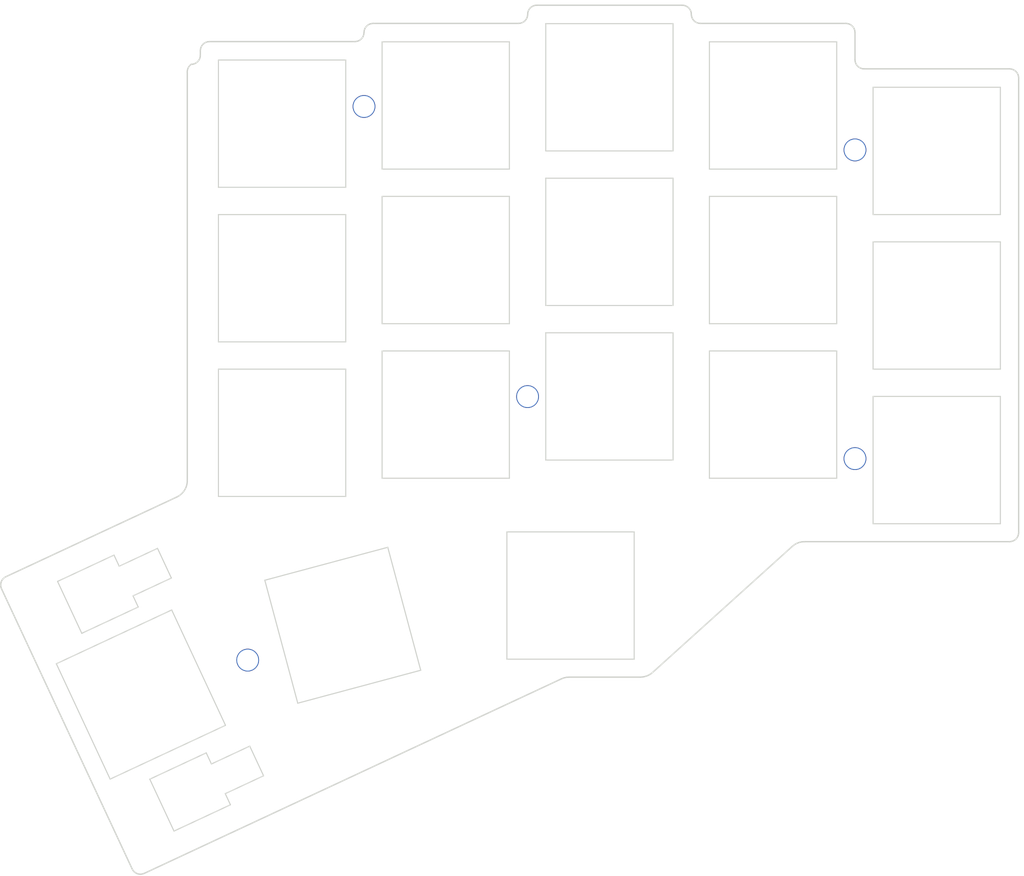
<source format=kicad_pcb>
(kicad_pcb (version 20221018) (generator pcbnew)
  (title_block (title "span") (date "2023-08-14") (rev "1.0") (company "idank"))
  (layers (0 "F.Cu" signal) (31 "B.Cu" signal) (34 "B.Paste" user) (35 "F.Paste" user) (36 "B.SilkS" user "B.Silkscreen") (37 "F.SilkS" user "F.Silkscreen") (38 "B.Mask" user) (39 "F.Mask" user) (44 "Edge.Cuts" user))
  (net 0 "")
  (footprint "kbd:SW_Hole" (layer "F.Cu") (at 173.22661 105.598723 15)
    (fp_text reference "SW35" hide)
    (fp_text value "SW_PUSH" hide)
    (fp_line (start -7 -7) (end -7 7) (stroke (width 0.12)) (layer "Edge.Cuts"))
    (fp_line (start -7 7) (end 7 7) (stroke (width 0.12)) (layer "Edge.Cuts"))
    (fp_line (start 7 -7) (end -7 -7) (stroke (width 0.12)) (layer "Edge.Cuts"))
    (fp_line (start 7 7) (end 7 -7) (stroke (width 0.12)) (layer "Edge.Cuts"))
  )
  (footprint "kbd:SW_Hole" (layer "F.Cu") (at 202.552832 80.431998 180)
    (fp_text reference "SW31" hide)
    (fp_text value "SW_PUSH" hide)
    (fp_line (start -7 -7) (end -7 7) (stroke (width 0.12)) (layer "Edge.Cuts"))
    (fp_line (start -7 7) (end 7 7) (stroke (width 0.12)) (layer "Edge.Cuts"))
    (fp_line (start 7 -7) (end -7 -7) (stroke (width 0.12)) (layer "Edge.Cuts"))
    (fp_line (start 7 7) (end 7 -7) (stroke (width 0.12)) (layer "Edge.Cuts"))
  )
  (footprint "kbd:SW_Hole" (layer "F.Cu") (at 220.552832 65.431998 180)
    (fp_text reference "SW25" hide)
    (fp_text value "SW_PUSH" hide)
    (fp_line (start -7 -7) (end -7 7) (stroke (width 0.12)) (layer "Edge.Cuts"))
    (fp_line (start -7 7) (end 7 7) (stroke (width 0.12)) (layer "Edge.Cuts"))
    (fp_line (start 7 -7) (end -7 -7) (stroke (width 0.12)) (layer "Edge.Cuts"))
    (fp_line (start 7 7) (end 7 -7) (stroke (width 0.12)) (layer "Edge.Cuts"))
  )
  (footprint "kbd:SW_Hole" (layer "F.Cu") (at 184.552832 82.431998 180)
    (fp_text reference "SW32" hide)
    (fp_text value "SW_PUSH" hide)
    (fp_line (start -7 -7) (end -7 7) (stroke (width 0.12)) (layer "Edge.Cuts"))
    (fp_line (start -7 7) (end 7 7) (stroke (width 0.12)) (layer "Edge.Cuts"))
    (fp_line (start 7 -7) (end -7 -7) (stroke (width 0.12)) (layer "Edge.Cuts"))
    (fp_line (start 7 7) (end 7 -7) (stroke (width 0.12)) (layer "Edge.Cuts"))
  )
  (footprint "kbd:SW_Hole" (layer "F.Cu") (at 220.552832 82.431998 180)
    (fp_text reference "SW30" hide)
    (fp_text value "SW_PUSH" hide)
    (fp_line (start -7 -7) (end -7 7) (stroke (width 0.12)) (layer "Edge.Cuts"))
    (fp_line (start -7 7) (end 7 7) (stroke (width 0.12)) (layer "Edge.Cuts"))
    (fp_line (start 7 -7) (end -7 -7) (stroke (width 0.12)) (layer "Edge.Cuts"))
    (fp_line (start 7 7) (end 7 -7) (stroke (width 0.12)) (layer "Edge.Cuts"))
  )
  (footprint "mbk:Choc-2u-cutout" (layer "F.Cu") (at 151.026483 113.219869 -65)
    (fp_text reference "SW36")
    (fp_text value "SW_PUSH" hide)
    (fp_line (start -15.15 -3.8) (end -13.8 -3.8) (stroke (width 0.12)) (layer "Edge.Cuts"))
    (fp_line (start -15.15 3.05) (end -15.15 -3.8) (stroke (width 0.12)) (layer "Edge.Cuts"))
    (fp_line (start -15.15 3.05) (end -8.85 3.05) (stroke (width 0.12)) (layer "Edge.Cuts"))
    (fp_line (start -13.8 -8.45) (end -13.8 -3.8) (stroke (width 0.12)) (layer "Edge.Cuts"))
    (fp_line (start -13.8 -8.45) (end -10.2 -8.45) (stroke (width 0.12)) (layer "Edge.Cuts"))
    (fp_line (start -10.2 -8.45) (end -10.2 -3.8) (stroke (width 0.12)) (layer "Edge.Cuts"))
    (fp_line (start -10.2 -3.8) (end -8.85 -3.8) (stroke (width 0.12)) (layer "Edge.Cuts"))
    (fp_line (start -8.85 3.05) (end -8.85 -3.8) (stroke (width 0.12)) (layer "Edge.Cuts"))
    (fp_line (start -7 -7) (end -7 7) (stroke (width 0.12)) (layer "Edge.Cuts"))
    (fp_line (start -7 7) (end 7 7) (stroke (width 0.12)) (layer "Edge.Cuts"))
    (fp_line (start 7 -7) (end -7 -7) (stroke (width 0.12)) (layer "Edge.Cuts"))
    (fp_line (start 7 7) (end 7 -7) (stroke (width 0.12)) (layer "Edge.Cuts"))
    (fp_line (start 8.85 -3.8) (end 10.2 -3.8) (stroke (width 0.12)) (layer "Edge.Cuts"))
    (fp_line (start 8.85 3.05) (end 8.85 -3.8) (stroke (width 0.12)) (layer "Edge.Cuts"))
    (fp_line (start 8.85 3.05) (end 15.15 3.05) (stroke (width 0.12)) (layer "Edge.Cuts"))
    (fp_line (start 10.2 -8.45) (end 10.2 -3.8) (stroke (width 0.12)) (layer "Edge.Cuts"))
    (fp_line (start 10.2 -8.45) (end 13.8 -8.45) (stroke (width 0.12)) (layer "Edge.Cuts"))
    (fp_line (start 13.8 -8.45) (end 13.8 -3.8) (stroke (width 0.12)) (layer "Edge.Cuts"))
    (fp_line (start 13.8 -3.8) (end 15.15 -3.8) (stroke (width 0.12)) (layer "Edge.Cuts"))
    (fp_line (start 15.15 3.05) (end 15.15 -3.8) (stroke (width 0.12)) (layer "Edge.Cuts"))
  )
  (footprint "kbd:SW_Hole" (layer "F.Cu") (at 166.552832 84.431998 180)
    (fp_text reference "SW33" hide)
    (fp_text value "SW_PUSH" hide)
    (fp_line (start -7 -7) (end -7 7) (stroke (width 0.12)) (layer "Edge.Cuts"))
    (fp_line (start -7 7) (end 7 7) (stroke (width 0.12)) (layer "Edge.Cuts"))
    (fp_line (start 7 -7) (end -7 -7) (stroke (width 0.12)) (layer "Edge.Cuts"))
    (fp_line (start 7 7) (end 7 -7) (stroke (width 0.12)) (layer "Edge.Cuts"))
  )
  (footprint "kbd:SW_Hole" (layer "F.Cu") (at 238.552832 70.431998 180)
    (fp_text reference "SW24" hide)
    (fp_text value "SW_PUSH" hide)
    (fp_line (start -7 -7) (end -7 7) (stroke (width 0.12)) (layer "Edge.Cuts"))
    (fp_line (start -7 7) (end 7 7) (stroke (width 0.12)) (layer "Edge.Cuts"))
    (fp_line (start 7 -7) (end -7 -7) (stroke (width 0.12)) (layer "Edge.Cuts"))
    (fp_line (start 7 7) (end 7 -7) (stroke (width 0.12)) (layer "Edge.Cuts"))
  )
  (footprint "kbd:SW_Hole" (layer "F.Cu") (at 238.552832 53.431998 180)
    (fp_text reference "SW19" hide)
    (fp_text value "SW_PUSH" hide)
    (fp_line (start -7 -7) (end -7 7) (stroke (width 0.12)) (layer "Edge.Cuts"))
    (fp_line (start -7 7) (end 7 7) (stroke (width 0.12)) (layer "Edge.Cuts"))
    (fp_line (start 7 -7) (end -7 -7) (stroke (width 0.12)) (layer "Edge.Cuts"))
    (fp_line (start 7 7) (end 7 -7) (stroke (width 0.12)) (layer "Edge.Cuts"))
  )
  (footprint "kbd:SW_Hole" (layer "F.Cu") (at 166.552832 67.431998 180)
    (fp_text reference "SW28" hide)
    (fp_text value "SW_PUSH" hide)
    (fp_line (start -7 -7) (end -7 7) (stroke (width 0.12)) (layer "Edge.Cuts"))
    (fp_line (start -7 7) (end 7 7) (stroke (width 0.12)) (layer "Edge.Cuts"))
    (fp_line (start 7 -7) (end -7 -7) (stroke (width 0.12)) (layer "Edge.Cuts"))
    (fp_line (start 7 7) (end 7 -7) (stroke (width 0.12)) (layer "Edge.Cuts"))
  )
  (footprint "kbd:SW_Hole" (layer "F.Cu") (at 202.552832 46.431998 180)
    (fp_text reference "SW21" hide)
    (fp_text value "SW_PUSH" hide)
    (fp_line (start -7 -7) (end -7 7) (stroke (width 0.12)) (layer "Edge.Cuts"))
    (fp_line (start -7 7) (end 7 7) (stroke (width 0.12)) (layer "Edge.Cuts"))
    (fp_line (start 7 -7) (end -7 -7) (stroke (width 0.12)) (layer "Edge.Cuts"))
    (fp_line (start 7 7) (end 7 -7) (stroke (width 0.12)) (layer "Edge.Cuts"))
  )
  (footprint "kbd:SW_Hole" (layer "F.Cu") (at 238.552832 87.431998 180)
    (fp_text reference "SW29" hide)
    (fp_text value "SW_PUSH" hide)
    (fp_line (start -7 -7) (end -7 7) (stroke (width 0.12)) (layer "Edge.Cuts"))
    (fp_line (start -7 7) (end 7 7) (stroke (width 0.12)) (layer "Edge.Cuts"))
    (fp_line (start 7 -7) (end -7 -7) (stroke (width 0.12)) (layer "Edge.Cuts"))
    (fp_line (start 7 7) (end 7 -7) (stroke (width 0.12)) (layer "Edge.Cuts"))
  )
  (footprint "kbd:SW_Hole" (layer "F.Cu") (at 202.552832 63.431998 180)
    (fp_text reference "SW26" hide)
    (fp_text value "SW_PUSH" hide)
    (fp_line (start -7 -7) (end -7 7) (stroke (width 0.12)) (layer "Edge.Cuts"))
    (fp_line (start -7 7) (end 7 7) (stroke (width 0.12)) (layer "Edge.Cuts"))
    (fp_line (start 7 -7) (end -7 -7) (stroke (width 0.12)) (layer "Edge.Cuts"))
    (fp_line (start 7 7) (end 7 -7) (stroke (width 0.12)) (layer "Edge.Cuts"))
  )
  (footprint "kbd:SW_Hole" (layer "F.Cu") (at 184.552832 48.431998 180)
    (fp_text reference "SW22" hide)
    (fp_text value "SW_PUSH" hide)
    (fp_line (start -7 -7) (end -7 7) (stroke (width 0.12)) (layer "Edge.Cuts"))
    (fp_line (start -7 7) (end 7 7) (stroke (width 0.12)) (layer "Edge.Cuts"))
    (fp_line (start 7 -7) (end -7 -7) (stroke (width 0.12)) (layer "Edge.Cuts"))
    (fp_line (start 7 7) (end 7 -7) (stroke (width 0.12)) (layer "Edge.Cuts"))
  )
  (footprint "kbd:SW_Hole" (layer "F.Cu") (at 166.552832 50.431998 180)
    (fp_text reference "SW23" hide)
    (fp_text value "SW_PUSH" hide)
    (fp_line (start -7 -7) (end -7 7) (stroke (width 0.12)) (layer "Edge.Cuts"))
    (fp_line (start -7 7) (end 7 7) (stroke (width 0.12)) (layer "Edge.Cuts"))
    (fp_line (start 7 -7) (end -7 -7) (stroke (width 0.12)) (layer "Edge.Cuts"))
    (fp_line (start 7 7) (end 7 -7) (stroke (width 0.12)) (layer "Edge.Cuts"))
  )
  (footprint "kbd:SW_Hole" (layer "F.Cu") (at 184.552832 65.431998 180)
    (fp_text reference "SW27" hide)
    (fp_text value "SW_PUSH" hide)
    (fp_line (start -7 -7) (end -7 7) (stroke (width 0.12)) (layer "Edge.Cuts"))
    (fp_line (start -7 7) (end 7 7) (stroke (width 0.12)) (layer "Edge.Cuts"))
    (fp_line (start 7 -7) (end -7 -7) (stroke (width 0.12)) (layer "Edge.Cuts"))
    (fp_line (start 7 7) (end 7 -7) (stroke (width 0.12)) (layer "Edge.Cuts"))
  )
  (footprint "kbd:SW_Hole" (layer "F.Cu") (at 198.277581 102.330797)
    (fp_text reference "SW34" hide)
    (fp_text value "SW_PUSH" hide)
    (fp_line (start -7 -7) (end -7 7) (stroke (width 0.12)) (layer "Edge.Cuts"))
    (fp_line (start -7 7) (end 7 7) (stroke (width 0.12)) (layer "Edge.Cuts"))
    (fp_line (start 7 -7) (end -7 -7) (stroke (width 0.12)) (layer "Edge.Cuts"))
    (fp_line (start 7 7) (end 7 -7) (stroke (width 0.12)) (layer "Edge.Cuts"))
  )
  (footprint "kbd:SW_Hole" (layer "F.Cu") (at 220.552832 48.431998 180)
    (fp_text reference "SW20" hide)
    (fp_text value "SW_PUSH" hide)
    (fp_line (start -7 -7) (end -7 7) (stroke (width 0.12)) (layer "Edge.Cuts"))
    (fp_line (start -7 7) (end 7 7) (stroke (width 0.12)) (layer "Edge.Cuts"))
    (fp_line (start 7 -7) (end -7 -7) (stroke (width 0.12)) (layer "Edge.Cuts"))
    (fp_line (start 7 7) (end 7 -7) (stroke (width 0.12)) (layer "Edge.Cuts"))
  )
  (footprint "holykeebs:M2_HOLE" (layer "B.Cu") (at 229.562815 87.272018 180)
    (fp_text reference "REF**" hide)
    (fp_text value "M2_HOLE" hide)
    (pad "" thru_hole circle (at 0 0 180) (size 2.5 2.5) (drill 2.3) (layers "*.Cu" "*.Mask") (clearance 0.3))
  )
  (footprint "holykeebs:M2_HOLE" (layer "B.Cu") (at 175.562815 48.542018 180)
    (fp_text reference "REF**" hide)
    (fp_text value "M2_HOLE" hide)
    (pad "" thru_hole circle (at 0 0 180) (size 2.5 2.5) (drill 2.3) (layers "*.Cu" "*.Mask") (clearance 0.3))
  )
  (footprint "holykeebs:M2_HOLE" (layer "B.Cu") (at 229.562815 53.322018 180)
    (fp_text reference "REF**" hide)
    (fp_text value "M2_HOLE" hide)
    (pad "" thru_hole circle (at 0 0 180) (size 2.5 2.5) (drill 2.3) (layers "*.Cu" "*.Mask") (clearance 0.3))
  )
  (footprint "holykeebs:M2_HOLE" (layer "B.Cu") (at 193.552815 80.452018 180)
    (fp_text reference "REF**" hide)
    (fp_text value "M2_HOLE" hide)
    (pad "" thru_hole circle (at 0 0 180) (size 2.5 2.5) (drill 2.3) (layers "*.Cu" "*.Mask") (clearance 0.3))
  )
  (footprint "holykeebs:M2_HOLE" (layer "B.Cu") (at 162.772815 109.432018 180)
    (fp_text reference "REF**" hide)
    (fp_text value "M2_HOLE" hide)
    (pad "" thru_hole circle (at 0 0 180) (size 2.5 2.5) (drill 2.3) (layers "*.Cu" "*.Mask") (clearance 0.3))
  )
  (gr_line (start 247.119251 44.574314) (end 246.946358 44.481907) (stroke (width 0.15)) (layer "Edge.Cuts"))
  (gr_line (start 193.639783 38.023109) (end 193.582877 38.210704) (stroke (width 0.15)) (layer "Edge.Cuts"))
  (gr_line (start 154.972839 91.497695) (end 136.179722 100.261074) (stroke (width 0.15)) (layer "Edge.Cuts"))
  (gr_line (start 135.614003 101.015254) (end 135.603313 101.210996) (stroke (width 0.15)) (layer "Edge.Cuts"))
  (gr_line (start 230.008095 44.237239) (end 229.856558 44.112884) (stroke (width 0.15)) (layer "Edge.Cuts"))
  (gr_line (start 193.270792 39.112917) (end 193.11925 39.23728) (stroke (width 0.15)) (layer "Edge.Cuts"))
  (gr_line (start 158.00809 41.574311) (end 157.856554 41.698679) (stroke (width 0.15)) (layer "Edge.Cuts"))
  (gr_line (start 229.544389 40.210714) (end 229.487487 40.023128) (stroke (width 0.15)) (layer "Edge.Cuts"))
  (gr_line (start 210.563662 37.405797) (end 194.563662 37.405797) (stroke (width 0.15)) (layer "Edge.Cuts"))
  (gr_line (start 175.582877 40.210704) (end 175.563662 40.405797) (stroke (width 0.15)) (layer "Edge.Cuts"))
  (gr_line (start 193.11925 39.23728) (end 192.946357 39.329687) (stroke (width 0.15)) (layer "Edge.Cuts"))
  (gr_line (start 175.270792 41.112917) (end 175.11925 41.23728) (stroke (width 0.15)) (layer "Edge.Cuts"))
  (gr_line (start 157.856554 41.698679) (end 157.732192 41.850219) (stroke (width 0.15)) (layer "Edge.Cuts"))
  (gr_line (start 212.180983 39.32964) (end 212.008095 39.237239) (stroke (width 0.15)) (layer "Edge.Cuts"))
  (gr_line (start 212.368575 39.386535) (end 212.180983 39.32964) (stroke (width 0.15)) (layer "Edge.Cuts"))
  (gr_line (start 247.563662 45.405797) (end 247.544487 45.210702) (stroke (width 0.15)) (layer "Edge.Cuts"))
  (gr_line (start 157.732192 41.850219) (end 157.639783 42.023109) (stroke (width 0.15)) (layer "Edge.Cuts"))
  (gr_line (start 135.662669 100.825358) (end 135.614003 101.015254) (stroke (width 0.15)) (layer "Edge.Cuts"))
  (gr_line (start 247.270768 96.112892) (end 247.395131 95.961359) (stroke (width 0.15)) (layer "Edge.Cuts"))
  (gr_line (start 229.487487 40.023128) (end 229.395084 39.850246) (stroke (width 0.15)) (layer "Edge.Cuts"))
  (gr_line (start 157.563662 42.905797) (end 157.544482 43.100892) (stroke (width 0.15)) (layer "Edge.Cuts"))
  (gr_line (start 135.865066 100.491777) (end 135.747443 100.648602) (stroke (width 0.15)) (layer "Edge.Cuts"))
  (gr_line (start 246.563662 96.405797) (end 246.758751 96.386554) (stroke (width 0.15)) (layer "Edge.Cuts"))
  (gr_line (start 175.856554 39.698679) (end 175.732192 39.850219) (stroke (width 0.15)) (layer "Edge.Cuts"))
  (gr_line (start 150.819219 132.970246) (end 151.014971 132.980924) (stroke (width 0.15)) (layer "Edge.Cuts"))
  (gr_arc (start 156.127602 44.731613) (mid 156.243307 44.264672) (end 156.563662 43.905797) (stroke (width 0.15)) (layer "Edge.Cuts"))
  (gr_line (start 135.747443 100.648602) (end 135.662669 100.825358) (stroke (width 0.15)) (layer "Edge.Cuts"))
  (gr_line (start 230.563662 44.405797) (end 230.368575 44.386535) (stroke (width 0.15)) (layer "Edge.Cuts"))
  (gr_line (start 207.305348 110.78931) (end 222.671173 96.921083) (stroke (width 0.15)) (layer "Edge.Cuts"))
  (gr_line (start 228.563662 39.405797) (end 212.563662 39.405797) (stroke (width 0.15)) (layer "Edge.Cuts"))
  (gr_line (start 247.563662 95.405797) (end 247.563662 45.405797) (stroke (width 0.15)) (layer "Edge.Cuts"))
  (gr_line (start 224.011183 96.405797) (end 246.563662 96.405797) (stroke (width 0.15)) (layer "Edge.Cuts"))
  (gr_line (start 246.563662 44.405797) (end 230.563662 44.405797) (stroke (width 0.15)) (layer "Edge.Cuts"))
  (gr_line (start 194.563662 37.405797) (end 194.36857 37.424984) (stroke (width 0.15)) (layer "Edge.Cuts"))
  (gr_line (start 247.544448 95.600885) (end 247.563662 95.405797) (stroke (width 0.15)) (layer "Edge.Cuts"))
  (gr_line (start 211.395084 37.850246) (end 211.27073 37.698712) (stroke (width 0.15)) (layer "Edge.Cuts"))
  (gr_line (start 206.818186 111.113681) (end 207.073698 110.969415) (stroke (width 0.15)) (layer "Edge.Cuts"))
  (gr_line (start 157.270792 43.612917) (end 157.11925 43.73728) (stroke (width 0.15)) (layer "Edge.Cuts"))
  (gr_line (start 247.270794 44.698677) (end 247.119251 44.574314) (stroke (width 0.15)) (layer "Edge.Cuts"))
  (gr_line (start 175.639783 40.023109) (end 175.582877 40.210704) (stroke (width 0.15)) (layer "Edge.Cuts"))
  (gr_line (start 157.487574 43.288489) (end 157.39516 43.461379) (stroke (width 0.15)) (layer "Edge.Cuts"))
  (gr_line (start 246.946358 44.481907) (end 246.758758 44.425005) (stroke (width 0.15)) (layer "Edge.Cuts"))
  (gr_line (start 157.39516 43.461379) (end 157.270792 43.612917) (stroke (width 0.15)) (layer "Edge.Cuts"))
  (gr_line (start 229.563662 40.405797) (end 229.544389 40.210714) (stroke (width 0.15)) (layer "Edge.Cuts"))
  (gr_line (start 211.582877 38.600883) (end 211.563662 38.405797) (stroke (width 0.15)) (layer "Edge.Cuts"))
  (gr_line (start 206.544313 111.219004) (end 206.818186 111.113681) (stroke (width 0.15)) (layer "Edge.Cuts"))
  (gr_line (start 193.487574 38.788489) (end 193.39516 38.961379) (stroke (width 0.15)) (layer "Edge.Cuts"))
  (gr_line (start 207.073698 110.969415) (end 207.305348 110.78931) (stroke (width 0.15)) (layer "Edge.Cuts"))
  (gr_line (start 198.123459 111.304596) (end 205.965339 111.304596) (stroke (width 0.15)) (layer "Edge.Cuts"))
  (gr_line (start 230.368575 44.386535) (end 230.180983 44.32964) (stroke (width 0.15)) (layer "Edge.Cuts"))
  (gr_line (start 228.946327 39.481935) (end 228.758744 39.425022) (stroke (width 0.15)) (layer "Edge.Cuts"))
  (gr_line (start 158.36857 41.424984) (end 158.180976 41.481896) (stroke (width 0.15)) (layer "Edge.Cuts"))
  (gr_line (start 135.631011 101.405064) (end 135.696032 101.59) (stroke (width 0.15)) (layer "Edge.Cuts"))
  (gr_line (start 136.179722 100.261074) (end 136.011021 100.360909) (stroke (width 0.15)) (layer "Edge.Cuts"))
  (gr_line (start 176.00809 39.574311) (end 175.856554 39.698679) (stroke (width 0.15)) (layer "Edge.Cuts"))
  (gr_line (start 174.563662 41.405797) (end 158.563662 41.405797) (stroke (width 0.15)) (layer "Edge.Cuts"))
  (gr_line (start 175.563662 40.405797) (end 175.544482 40.600892) (stroke (width 0.15)) (layer "Edge.Cuts"))
  (gr_line (start 194.180976 37.481896) (end 194.00809 37.574311) (stroke (width 0.15)) (layer "Edge.Cuts"))
  (gr_line (start 247.11923 96.237251) (end 247.270768 96.112892) (stroke (width 0.15)) (layer "Edge.Cuts"))
  (gr_line (start 175.39516 40.961379) (end 175.270792 41.112917) (stroke (width 0.15)) (layer "Edge.Cuts"))
  (gr_line (start 175.487574 40.788489) (end 175.39516 40.961379) (stroke (width 0.15)) (layer "Edge.Cuts"))
  (gr_line (start 211.119203 37.574349) (end 210.946327 37.481935) (stroke (width 0.15)) (layer "Edge.Cuts"))
  (gr_line (start 135.696032 101.59) (end 150.065053 132.404465) (stroke (width 0.15)) (layer "Edge.Cuts"))
  (gr_line (start 210.946327 37.481935) (end 210.758744 37.425022) (stroke (width 0.15)) (layer "Edge.Cuts"))
  (gr_line (start 210.758744 37.425022) (end 210.563662 37.405797) (stroke (width 0.15)) (layer "Edge.Cuts"))
  (gr_line (start 197.278223 111.491981) (end 197.54986 111.388639) (stroke (width 0.15)) (layer "Edge.Cuts"))
  (gr_line (start 193.732192 37.850219) (end 193.639783 38.023109) (stroke (width 0.15)) (layer "Edge.Cuts"))
  (gr_line (start 229.582877 43.600883) (end 229.563662 43.405797) (stroke (width 0.15)) (layer "Edge.Cuts"))
  (gr_line (start 136.011021 100.360909) (end 135.865066 100.491777) (stroke (width 0.15)) (layer "Edge.Cuts"))
  (gr_line (start 230.180983 44.32964) (end 230.008095 44.237239) (stroke (width 0.15)) (layer "Edge.Cuts"))
  (gr_line (start 150.295727 132.719163) (end 150.452551 132.836801) (stroke (width 0.15)) (layer "Edge.Cuts"))
  (gr_line (start 223.158355 96.596764) (end 223.432225 96.49145) (stroke (width 0.15)) (layer "Edge.Cuts"))
  (gr_line (start 175.11925 41.23728) (end 174.946357 41.329687) (stroke (width 0.15)) (layer "Edge.Cuts"))
  (gr_line (start 194.36857 37.424984) (end 194.180976 37.481896) (stroke (width 0.15)) (layer "Edge.Cuts"))
  (gr_line (start 151.209044 132.953205) (end 151.393979 132.888155) (stroke (width 0.15)) (layer "Edge.Cuts"))
  (gr_line (start 151.393979 132.888155) (end 197.278223 111.491981) (stroke (width 0.15)) (layer "Edge.Cuts"))
  (gr_line (start 157.563662 42.405797) (end 157.563662 42.905797) (stroke (width 0.15)) (layer "Edge.Cuts"))
  (gr_line (start 246.758758 44.425005) (end 246.563662 44.405797) (stroke (width 0.15)) (layer "Edge.Cuts"))
  (gr_line (start 156.758757 43.886589) (end 156.563662 43.905797) (stroke (width 0.15)) (layer "Edge.Cuts"))
  (gr_line (start 246.758751 96.386554) (end 246.946343 96.329655) (stroke (width 0.15)) (layer "Edge.Cuts"))
  (gr_line (start 194.00809 37.574311) (end 193.856554 37.698679) (stroke (width 0.15)) (layer "Edge.Cuts"))
  (gr_line (start 197.833599 111.325729) (end 198.123459 111.304596) (stroke (width 0.15)) (layer "Edge.Cuts"))
  (gr_line (start 211.639783 38.788472) (end 211.582877 38.600883) (stroke (width 0.15)) (layer "Edge.Cuts"))
  (gr_line (start 247.395163 44.850215) (end 247.270794 44.698677) (stroke (width 0.15)) (layer "Edge.Cuts"))
  (gr_line (start 193.582877 38.210704) (end 193.563662 38.405797) (stroke (width 0.15)) (layer "Edge.Cuts"))
  (gr_line (start 176.563662 39.405797) (end 176.36857 39.424984) (stroke (width 0.15)) (layer "Edge.Cuts"))
  (gr_line (start 223.718554 96.427335) (end 224.011183 96.405797) (stroke (width 0.15)) (layer "Edge.Cuts"))
  (gr_line (start 211.563662 38.405797) (end 211.544389 38.210714) (stroke (width 0.15)) (layer "Edge.Cuts"))
  (gr_line (start 228.758744 39.425022) (end 228.563662 39.405797) (stroke (width 0.15)) (layer "Edge.Cuts"))
  (gr_line (start 150.164867 132.573188) (end 150.295727 132.719163) (stroke (width 0.15)) (layer "Edge.Cuts"))
  (gr_line (start 150.452551 132.836801) (end 150.629313 132.921581) (stroke (width 0.15)) (layer "Edge.Cuts"))
  (gr_line (start 151.014971 132.980924) (end 151.209044 132.953205) (stroke (width 0.15)) (layer "Edge.Cuts"))
  (gr_line (start 246.946343 96.329655) (end 247.11923 96.237251) (stroke (width 0.15)) (layer "Edge.Cuts"))
  (gr_line (start 229.119203 39.574349) (end 228.946327 39.481935) (stroke (width 0.15)) (layer "Edge.Cuts"))
  (gr_line (start 150.065053 132.404465) (end 150.164867 132.573188) (stroke (width 0.15)) (layer "Edge.Cuts"))
  (gr_line (start 212.563662 39.405797) (end 212.368575 39.386535) (stroke (width 0.15)) (layer "Edge.Cuts"))
  (gr_line (start 247.487578 45.023105) (end 247.395163 44.850215) (stroke (width 0.15)) (layer "Edge.Cuts"))
  (gr_line (start 229.856558 44.112884) (end 229.732194 43.961354) (stroke (width 0.15)) (layer "Edge.Cuts"))
  (gr_line (start 222.902839 96.74101) (end 223.158355 96.596764) (stroke (width 0.15)) (layer "Edge.Cuts"))
  (gr_line (start 229.395084 39.850246) (end 229.27073 39.698712) (stroke (width 0.15)) (layer "Edge.Cuts"))
  (gr_line (start 158.180976 41.481896) (end 158.00809 41.574311) (stroke (width 0.15)) (layer "Edge.Cuts"))
  (gr_line (start 175.544482 40.600892) (end 175.487574 40.788489) (stroke (width 0.15)) (layer "Edge.Cuts"))
  (gr_line (start 229.732194 43.961354) (end 229.639783 43.788472) (stroke (width 0.15)) (layer "Edge.Cuts"))
  (gr_line (start 157.544482 43.100892) (end 157.487574 43.288489) (stroke (width 0.15)) (layer "Edge.Cuts"))
  (gr_line (start 211.487487 38.023128) (end 211.395084 37.850246) (stroke (width 0.15)) (layer "Edge.Cuts"))
  (gr_line (start 174.758757 41.386589) (end 174.563662 41.405797) (stroke (width 0.15)) (layer "Edge.Cuts"))
  (gr_line (start 192.758757 39.386589) (end 192.563662 39.405797) (stroke (width 0.15)) (layer "Edge.Cuts"))
  (gr_line (start 156.946357 43.829687) (end 156.758757 43.886589) (stroke (width 0.15)) (layer "Edge.Cuts"))
  (gr_line (start 247.544487 45.210702) (end 247.487578 45.023105) (stroke (width 0.15)) (layer "Edge.Cuts"))
  (gr_line (start 176.180976 39.481896) (end 176.00809 39.574311) (stroke (width 0.15)) (layer "Edge.Cuts"))
  (gr_line (start 157.582877 42.210704) (end 157.563662 42.405797) (stroke (width 0.15)) (layer "Edge.Cuts"))
  (gr_line (start 211.856558 39.112884) (end 211.732194 38.961354) (stroke (width 0.15)) (layer "Edge.Cuts"))
  (gr_line (start 211.732194 38.961354) (end 211.639783 38.788472) (stroke (width 0.15)) (layer "Edge.Cuts"))
  (gr_line (start 192.563662 39.405797) (end 176.563662 39.405797) (stroke (width 0.15)) (layer "Edge.Cuts"))
  (gr_line (start 157.11925 43.73728) (end 156.946357 43.829687) (stroke (width 0.15)) (layer "Edge.Cuts"))
  (gr_line (start 222.671173 96.921083) (end 222.902839 96.74101) (stroke (width 0.15)) (layer "Edge.Cuts"))
  (gr_line (start 247.395131 95.961359) (end 247.487542 95.788476) (stroke (width 0.15)) (layer "Edge.Cuts"))
  (gr_line (start 205.965339 111.304596) (end 206.257976 111.283115) (stroke (width 0.15)) (layer "Edge.Cuts"))
  (gr_line (start 206.257976 111.283115) (end 206.544313 111.219004) (stroke (width 0.15)) (layer "Edge.Cuts"))
  (gr_line (start 229.27073 39.698712) (end 229.119203 39.574349) (stroke (width 0.15)) (layer "Edge.Cuts"))
  (gr_line (start 176.36857 39.424984) (end 176.180976 39.481896) (stroke (width 0.15)) (layer "Edge.Cuts"))
  (gr_line (start 211.544389 38.210714) (end 211.487487 38.023128) (stroke (width 0.15)) (layer "Edge.Cuts"))
  (gr_line (start 193.563662 38.405797) (end 193.544482 38.600892) (stroke (width 0.15)) (layer "Edge.Cuts"))
  (gr_line (start 211.27073 37.698712) (end 211.119203 37.574349) (stroke (width 0.15)) (layer "Edge.Cuts"))
  (gr_line (start 223.432225 96.49145) (end 223.718554 96.427335) (stroke (width 0.15)) (layer "Edge.Cuts"))
  (gr_line (start 157.639783 42.023109) (end 157.582877 42.210704) (stroke (width 0.15)) (layer "Edge.Cuts"))
  (gr_line (start 192.946357 39.329687) (end 192.758757 39.386589) (stroke (width 0.15)) (layer "Edge.Cuts"))
  (gr_line (start 229.563662 43.405797) (end 229.563662 40.405797) (stroke (width 0.15)) (layer "Edge.Cuts"))
  (gr_line (start 156.127602 44.731613) (end 156.127602 89.68508) (stroke (width 0.15)) (layer "Edge.Cuts"))
  (gr_line (start 135.603313 101.210996) (end 135.631011 101.405064) (stroke (width 0.15)) (layer "Edge.Cuts"))
  (gr_line (start 212.008095 39.237239) (end 211.856558 39.112884) (stroke (width 0.15)) (layer "Edge.Cuts"))
  (gr_line (start 175.732192 39.850219) (end 175.639783 40.023109) (stroke (width 0.15)) (layer "Edge.Cuts"))
  (gr_line (start 193.39516 38.961379) (end 193.270792 39.112917) (stroke (width 0.15)) (layer "Edge.Cuts"))
  (gr_line (start 193.856554 37.698679) (end 193.732192 37.850219) (stroke (width 0.15)) (layer "Edge.Cuts"))
  (gr_line (start 247.487542 95.788476) (end 247.544448 95.600885) (stroke (width 0.15)) (layer "Edge.Cuts"))
  (gr_line (start 150.629313 132.921581) (end 150.819219 132.970246) (stroke (width 0.15)) (layer "Edge.Cuts"))
  (gr_line (start 158.563662 41.405797) (end 158.36857 41.424984) (stroke (width 0.15)) (layer "Edge.Cuts"))
  (gr_line (start 174.946357 41.329687) (end 174.758757 41.386589) (stroke (width 0.15)) (layer "Edge.Cuts"))
  (gr_line (start 229.639783 43.788472) (end 229.582877 43.600883) (stroke (width 0.15)) (layer "Edge.Cuts"))
  (gr_line (start 197.54986 111.388639) (end 197.833599 111.325729) (stroke (width 0.15)) (layer "Edge.Cuts"))
  (gr_arc (start 156.127602 89.68508) (mid 155.814393 90.759687) (end 154.972839 91.497695) (stroke (width 0.15)) (layer "Edge.Cuts"))
  (gr_line (start 193.544482 38.600892) (end 193.487574 38.788489) (stroke (width 0.15)) (layer "Edge.Cuts"))
)
</source>
